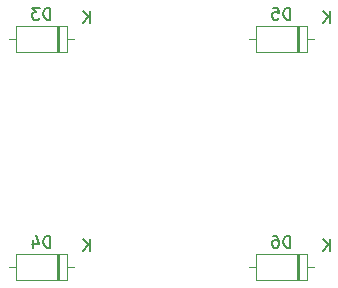
<source format=gbr>
%TF.GenerationSoftware,KiCad,Pcbnew,(6.0.1)*%
%TF.CreationDate,2022-02-25T19:27:25-05:00*%
%TF.ProjectId,InductorSchem,496e6475-6374-46f7-9253-6368656d2e6b,1*%
%TF.SameCoordinates,Original*%
%TF.FileFunction,Legend,Bot*%
%TF.FilePolarity,Positive*%
%FSLAX46Y46*%
G04 Gerber Fmt 4.6, Leading zero omitted, Abs format (unit mm)*
G04 Created by KiCad (PCBNEW (6.0.1)) date 2022-02-25 19:27:25*
%MOMM*%
%LPD*%
G01*
G04 APERTURE LIST*
%ADD10C,0.150000*%
%ADD11C,0.120000*%
G04 APERTURE END LIST*
D10*
%TO.C,D6*%
X152122095Y-131936380D02*
X152122095Y-130936380D01*
X151884000Y-130936380D01*
X151741142Y-130984000D01*
X151645904Y-131079238D01*
X151598285Y-131174476D01*
X151550666Y-131364952D01*
X151550666Y-131507809D01*
X151598285Y-131698285D01*
X151645904Y-131793523D01*
X151741142Y-131888761D01*
X151884000Y-131936380D01*
X152122095Y-131936380D01*
X150693523Y-130936380D02*
X150884000Y-130936380D01*
X150979238Y-130984000D01*
X151026857Y-131031619D01*
X151122095Y-131174476D01*
X151169714Y-131364952D01*
X151169714Y-131745904D01*
X151122095Y-131841142D01*
X151074476Y-131888761D01*
X150979238Y-131936380D01*
X150788761Y-131936380D01*
X150693523Y-131888761D01*
X150645904Y-131841142D01*
X150598285Y-131745904D01*
X150598285Y-131507809D01*
X150645904Y-131412571D01*
X150693523Y-131364952D01*
X150788761Y-131317333D01*
X150979238Y-131317333D01*
X151074476Y-131364952D01*
X151122095Y-131412571D01*
X151169714Y-131507809D01*
X155455904Y-132256380D02*
X155455904Y-131256380D01*
X154884476Y-132256380D02*
X155313047Y-131684952D01*
X154884476Y-131256380D02*
X155455904Y-131827809D01*
%TO.C,D5*%
X152122095Y-112632380D02*
X152122095Y-111632380D01*
X151884000Y-111632380D01*
X151741142Y-111680000D01*
X151645904Y-111775238D01*
X151598285Y-111870476D01*
X151550666Y-112060952D01*
X151550666Y-112203809D01*
X151598285Y-112394285D01*
X151645904Y-112489523D01*
X151741142Y-112584761D01*
X151884000Y-112632380D01*
X152122095Y-112632380D01*
X150645904Y-111632380D02*
X151122095Y-111632380D01*
X151169714Y-112108571D01*
X151122095Y-112060952D01*
X151026857Y-112013333D01*
X150788761Y-112013333D01*
X150693523Y-112060952D01*
X150645904Y-112108571D01*
X150598285Y-112203809D01*
X150598285Y-112441904D01*
X150645904Y-112537142D01*
X150693523Y-112584761D01*
X150788761Y-112632380D01*
X151026857Y-112632380D01*
X151122095Y-112584761D01*
X151169714Y-112537142D01*
X155455904Y-112952380D02*
X155455904Y-111952380D01*
X154884476Y-112952380D02*
X155313047Y-112380952D01*
X154884476Y-111952380D02*
X155455904Y-112523809D01*
%TO.C,D4*%
X131802095Y-131936380D02*
X131802095Y-130936380D01*
X131564000Y-130936380D01*
X131421142Y-130984000D01*
X131325904Y-131079238D01*
X131278285Y-131174476D01*
X131230666Y-131364952D01*
X131230666Y-131507809D01*
X131278285Y-131698285D01*
X131325904Y-131793523D01*
X131421142Y-131888761D01*
X131564000Y-131936380D01*
X131802095Y-131936380D01*
X130373523Y-131269714D02*
X130373523Y-131936380D01*
X130611619Y-130888761D02*
X130849714Y-131603047D01*
X130230666Y-131603047D01*
X135135904Y-132256380D02*
X135135904Y-131256380D01*
X134564476Y-132256380D02*
X134993047Y-131684952D01*
X134564476Y-131256380D02*
X135135904Y-131827809D01*
%TO.C,D3*%
X131802095Y-112632380D02*
X131802095Y-111632380D01*
X131564000Y-111632380D01*
X131421142Y-111680000D01*
X131325904Y-111775238D01*
X131278285Y-111870476D01*
X131230666Y-112060952D01*
X131230666Y-112203809D01*
X131278285Y-112394285D01*
X131325904Y-112489523D01*
X131421142Y-112584761D01*
X131564000Y-112632380D01*
X131802095Y-112632380D01*
X130897333Y-111632380D02*
X130278285Y-111632380D01*
X130611619Y-112013333D01*
X130468761Y-112013333D01*
X130373523Y-112060952D01*
X130325904Y-112108571D01*
X130278285Y-112203809D01*
X130278285Y-112441904D01*
X130325904Y-112537142D01*
X130373523Y-112584761D01*
X130468761Y-112632380D01*
X130754476Y-112632380D01*
X130849714Y-112584761D01*
X130897333Y-112537142D01*
X135135904Y-112952380D02*
X135135904Y-111952380D01*
X134564476Y-112952380D02*
X134993047Y-112380952D01*
X134564476Y-111952380D02*
X135135904Y-112523809D01*
D11*
%TO.C,D6*%
X149264000Y-132484000D02*
X153504000Y-132484000D01*
X152784000Y-132484000D02*
X152784000Y-134724000D01*
X152904000Y-132484000D02*
X152904000Y-134724000D01*
X149264000Y-134724000D02*
X149264000Y-132484000D01*
X152664000Y-132484000D02*
X152664000Y-134724000D01*
X154154000Y-133604000D02*
X153504000Y-133604000D01*
X153504000Y-132484000D02*
X153504000Y-134724000D01*
X153504000Y-134724000D02*
X149264000Y-134724000D01*
X148614000Y-133604000D02*
X149264000Y-133604000D01*
%TO.C,D5*%
X149264000Y-113180000D02*
X153504000Y-113180000D01*
X152784000Y-113180000D02*
X152784000Y-115420000D01*
X152904000Y-113180000D02*
X152904000Y-115420000D01*
X149264000Y-115420000D02*
X149264000Y-113180000D01*
X152664000Y-113180000D02*
X152664000Y-115420000D01*
X154154000Y-114300000D02*
X153504000Y-114300000D01*
X153504000Y-113180000D02*
X153504000Y-115420000D01*
X153504000Y-115420000D02*
X149264000Y-115420000D01*
X148614000Y-114300000D02*
X149264000Y-114300000D01*
%TO.C,D4*%
X128944000Y-132484000D02*
X133184000Y-132484000D01*
X132464000Y-132484000D02*
X132464000Y-134724000D01*
X132584000Y-132484000D02*
X132584000Y-134724000D01*
X128944000Y-134724000D02*
X128944000Y-132484000D01*
X132344000Y-132484000D02*
X132344000Y-134724000D01*
X133834000Y-133604000D02*
X133184000Y-133604000D01*
X133184000Y-132484000D02*
X133184000Y-134724000D01*
X133184000Y-134724000D02*
X128944000Y-134724000D01*
X128294000Y-133604000D02*
X128944000Y-133604000D01*
%TO.C,D3*%
X128944000Y-113180000D02*
X133184000Y-113180000D01*
X132464000Y-113180000D02*
X132464000Y-115420000D01*
X132584000Y-113180000D02*
X132584000Y-115420000D01*
X128944000Y-115420000D02*
X128944000Y-113180000D01*
X132344000Y-113180000D02*
X132344000Y-115420000D01*
X133834000Y-114300000D02*
X133184000Y-114300000D01*
X133184000Y-113180000D02*
X133184000Y-115420000D01*
X133184000Y-115420000D02*
X128944000Y-115420000D01*
X128294000Y-114300000D02*
X128944000Y-114300000D01*
%TD*%
M02*

</source>
